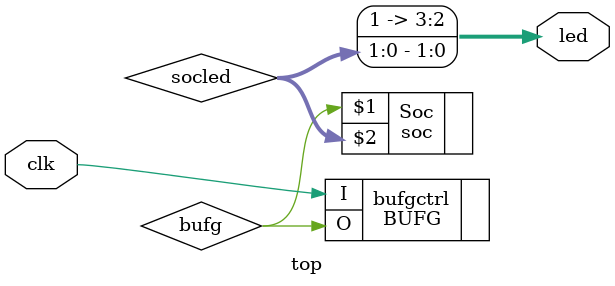
<source format=v>
module top (
    input clk,
    output [3:0] led
);

    wire bufg;
    BUFG bufgctrl (
        .I(clk),
        .O(bufg)
    );

    wire [3:0] socled;
    assign led = {2'b11, socled[1:0]};

    soc Soc (bufg, socled[3:0]);
endmodule
</source>
